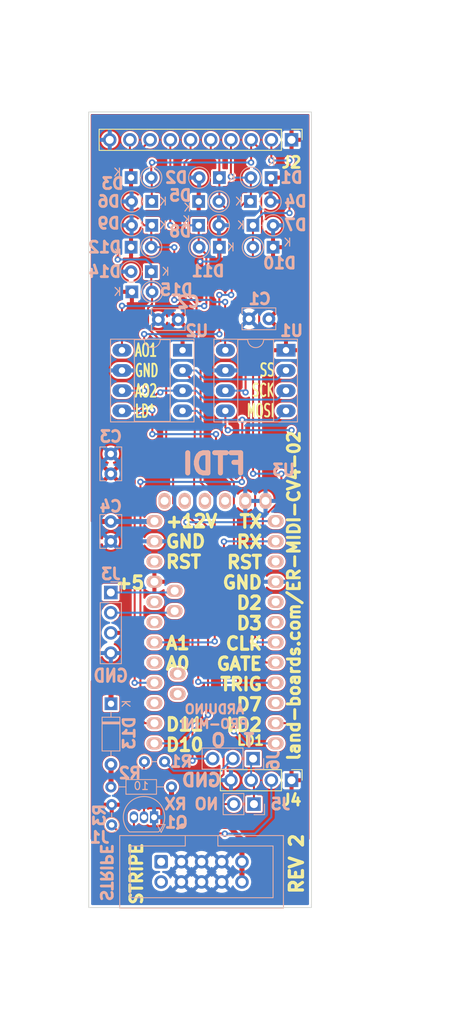
<source format=kicad_pcb>
(kicad_pcb (version 20211014) (generator pcbnew)
  (title_block (title "SYNTH MIDI CONTROLLER") (date "2022-11-26") (rev "2") (company "LAND BOARDS, LLC"))
  (layers (0 "F.Cu" signal) (31 "B.Cu" signal) (34 "B.Paste" user) (35 "F.Paste" user) (36 "B.SilkS" user "B.Silkscreen") (37 "F.SilkS" user "F.Silkscreen") (38 "B.Mask" user) (39 "F.Mask" user) (44 "Edge.Cuts" user))
  (net 0 "")
  (net 1 "+5V")
  (net 2 "+12V")
  (net 5 "Net-(J5-Pad2)")
  (net 6 "GND")
  (net 7 "+12P")
  (net 8 "Net-(D13-Pad2)")
  (net 9 "/SCK")
  (net 10 "/MOSI")
  (net 11 "/LDAC2*")
  (net 12 "/LDAC1*")
  (net 18 "/CV2_D")
  (net 19 "/CV1_D")
  (net 20 "/CV3_D")
  (net 21 "/CV4_D")
  (net 22 "/SDA")
  (net 23 "/SCL")
  (net 29 "/POT")
  (net 32 "/SS")
  (net 33 "Net-(J6-Pad2)")
  (net 35 "/RBO")
  (net 36 "/TXD")
  (net 37 "/MIDI_OUT")
  (net 38 "/MIDI_IN")
  (net 39 "/GATE_D")
  (net 40 "/CLK_D")
  (net 41 "/TRIG_D")
  (footprint "Connector_PinHeader_2.54mm:PinHeader_1x10_P2.54mm_Vertical" (layer "F.Cu") (at 126.5 35.5 -90)
    (fp_text reference "J2" (at 2.84 -0.000001) (layer "F.SilkS") (effects (font (size 1.397 1.397) (thickness 0.34925))))
    (fp_text value "HEADER, STRT, 1x10")
    (pad "1" thru_hole rect (at 0 0 270) (size 1.7 1.7) (drill 1) (layers *.Cu *.Mask) (net 1 "+5V"))
    (pad "2" thru_hole oval (at 0 2.54 270) (size 1.7 1.7) (drill 1) (layers *.Cu *.Mask) (net 39 "/GATE_D"))
    (pad "3" thru_hole oval (at 0 5.08 270) (size 1.7 1.7) (drill 1) (layers *.Cu *.Mask) (net 40 "/CLK_D"))
    (pad "4" thru_hole oval (at 0 7.62 270) (size 1.7 1.7) (drill 1) (layers *.Cu *.Mask) (net 21 "/CV4_D"))
    (pad "5" thru_hole oval (at 0 10.16 270) (size 1.7 1.7) (drill 1) (layers *.Cu *.Mask) (net 18 "/CV2_D"))
    (pad "6" thru_hole oval (at 0 12.7 270) (size 1.7 1.7) (drill 1) (layers *.Cu *.Mask) (net 29 "/POT"))
    (pad "7" thru_hole oval (at 0 15.24 270) (size 1.7 1.7) (drill 1) (layers *.Cu *.Mask) (net 19 "/CV1_D"))
    (pad "8" thru_hole oval (at 0 17.78 270) (size 1.7 1.7) (drill 1) (layers *.Cu *.Mask) (net 20 "/CV3_D"))
    (pad "9" thru_hole oval (at 0 20.32 270) (size 1.7 1.7) (drill 1) (layers *.Cu *.Mask) (net 41 "/TRIG_D"))
    (pad "10" thru_hole oval (at 0 22.86 270) (size 1.7 1.7) (drill 1) (layers *.Cu *.Mask) (net 6 "GND"))
  )
  (footprint "Connector_PinHeader_2.54mm:PinHeader_1x04_P2.54mm_Vertical" (layer "F.Cu") (at 126.5 116 -90)
    (fp_text reference "J4" (at 2.5 0) (layer "F.SilkS") (effects (font (size 1.397 1.397) (thickness 0.34925))))
    (fp_text value "HEADER, STRT, 1x4")
    (pad "1" thru_hole rect (at 0 0 270) (size 1.7 1.7) (drill 1) (layers *.Cu *.Mask) (net 1 "+5V"))
    (pad "2" thru_hole oval (at 0 2.54 270) (size 1.7 1.7) (drill 1) (layers *.Cu *.Mask) (net 37 "/MIDI_OUT"))
    (pad "3" thru_hole oval (at 0 5.08 270) (size 1.7 1.7) (drill 1) (layers *.Cu *.Mask) (net 38 "/MIDI_IN"))
    (pad "4" thru_hole oval (at 0 7.62 270) (size 1.7 1.7) (drill 1) (layers *.Cu *.Mask) (net 6 "GND"))
  )
  (footprint "Diode_THT:D_DO-35_SOD27_P2.54mm_Vertical_KathodeUp" (layer "B.Cu") (at 114.824315 46.25)
    (fp_text reference "D8" (at -2.324315 0.750008) (layer "B.SilkS") (effects (font (size 1.397 1.397) (thickness 0.34925)) (justify mirror)))
    (fp_text value "BAT41")
    (fp_text user "K" (at -1.540315 -0.657) (layer "B.SilkS") (effects (justify mirror)))
    (pad "1" thru_hole rect (at 0 0) (size 1.6 1.6) (drill 0.8) (layers *.Cu *.Mask) (net 19 "/CV1_D"))
    (pad "2" thru_hole oval (at 2.54 0) (size 1.6 1.6) (drill 0.8) (layers *.Cu *.Mask) (net 6 "GND"))
  )
  (footprint "Resistor_THT:R_Axial_DIN0204_L3.6mm_D1.6mm_P2.54mm_Vertical" (layer "B.Cu") (at 108 113.665)
    (fp_text reference "R1" (at 4.622 0) (layer "B.SilkS") (effects (font (size 1.397 1.397) (thickness 0.34925)) (justify mirror)))
    (fp_text value "2.2K")
    (pad "1" thru_hole circle (at 0 0) (size 1.4 1.4) (drill 0.7) (layers *.Cu *.Mask) (net 35 "/RBO"))
    (pad "2" thru_hole oval (at 2.54 0) (size 1.4 1.4) (drill 0.7) (layers *.Cu *.Mask) (net 33 "Net-(J6-Pad2)"))
  )
  (footprint "Connector_PinHeader_2.54mm:PinHeader_1x02_P2.54mm_Vertical" (layer "B.Cu") (at 121.775 119 90)
    (fp_text reference "J5" (at 0 3.325) (layer "B.SilkS") (effects (font (size 1.397 1.397) (thickness 0.34925)) (justify mirror)))
    (fp_text value "HEADER, STRT, 1x2")
    (pad "1" thru_hole rect (at 0 0 90) (size 1.7 1.7) (drill 1) (layers *.Cu *.Mask) (net 38 "/MIDI_IN"))
    (pad "2" thru_hole oval (at 0 -2.54 90) (size 1.7 1.7) (drill 1) (layers *.Cu *.Mask) (net 5 "Net-(J5-Pad2)"))
  )
  (footprint "Diode_THT:D_DO-35_SOD27_P2.54mm_Vertical_KathodeUp" (layer "B.Cu") (at 106.324315 40.25)
    (fp_text reference "D3" (at -2.324315 0.749994) (layer "B.SilkS") (effects (font (size 1.397 1.397) (thickness 0.34925)) (justify mirror)))
    (fp_text value "BAT41")
    (fp_text user "K" (at -1.724315 -0.65) (layer "B.SilkS") (effects (justify mirror)))
    (pad "1" thru_hole rect (at 0 0) (size 1.6 1.6) (drill 0.8) (layers *.Cu *.Mask) (net 1 "+5V"))
    (pad "2" thru_hole oval (at 2.54 0) (size 1.6 1.6) (drill 0.8) (layers *.Cu *.Mask) (net 40 "/CLK_D"))
  )
  (footprint "Capacitor_THT:C_Rect_L4.0mm_W2.5mm_P2.50mm" (layer "B.Cu") (at 123.65 58 180)
    (fp_text reference "C1" (at 1.15 2.5) (layer "B.SilkS") (effects (font (size 1.397 1.397) (thickness 0.34925)) (justify mirror)))
    (fp_text value "0.1uF")
    (pad "1" thru_hole circle (at 0 0 180) (size 1.6 1.6) (drill 0.8) (layers *.Cu *.Mask) (net 1 "+5V"))
    (pad "2" thru_hole circle (at 2.5 0 180) (size 1.6 1.6) (drill 0.8) (layers *.Cu *.Mask) (net 6 "GND"))
  )
  (footprint "Resistor_THT:R_Axial_DIN0204_L3.6mm_D1.6mm_P2.54mm_Vertical" (layer "B.Cu") (at 103.886 121.616 90)
    (fp_text reference "R3" (at 1.23 -1.524 90) (layer "B.SilkS") (effects (font (size 1.397 1.397) (thickness 0.34925)) (justify mirror)))
    (fp_text value "470")
    (pad "1" thru_hole circle (at 0 0 90) (size 1.4 1.4) (drill 0.7) (layers *.Cu *.Mask) (net 37 "/MIDI_OUT"))
    (pad "2" thru_hole oval (at 2.54 0 90) (size 1.4 1.4) (drill 0.7) (layers *.Cu *.Mask) (net 1 "+5V"))
  )
  (footprint "Diode_THT:D_DO-35_SOD27_P2.54mm_Vertical_KathodeUp" (layer "B.Cu") (at 106.324315 49)
    (fp_text reference "D12" (at -3.324315 0) (layer "B.SilkS") (effects (font (size 1.397 1.397) (thickness 0.34925)) (justify mirror)))
    (fp_text value "BAT41")
    (fp_text user "K" (at -1.676315 0.784) (layer "B.SilkS") (effects (justify mirror)))
    (pad "1" thru_hole rect (at 0 0) (size 1.6 1.6) (drill 0.8) (layers *.Cu *.Mask) (net 1 "+5V"))
    (pad "2" thru_hole oval (at 2.54 0) (size 1.6 1.6) (drill 0.8) (layers *.Cu *.Mask) (net 20 "/CV3_D"))
  )
  (footprint "Package_DIP:DIP-8_W7.62mm_Socket_LongPads" (layer "B.Cu") (at 125.8 61.95 180)
    (fp_text reference "U1" (at -0.7 2.45) (layer "B.SilkS") (effects (font (size 1.397 1.397) (thickness 0.34925)) (justify mirror)))
    (fp_text value "MCP4822-E/P")
    (pad "1" thru_hole rect (at 0 0 180) (size 2.4 1.6) (drill 0.8) (layers *.Cu *.Mask) (net 1 "+5V"))
    (pad "2" thru_hole oval (at 0 -2.54 180) (size 2.4 1.6) (drill 0.8) (layers *.Cu *.Mask) (net 32 "/SS"))
    (pad "3" thru_hole oval (at 0 -5.08 180) (size 2.4 1.6) (drill 0.8) (layers *.Cu *.Mask) (net 9 "/SCK"))
    (pad "4" thru_hole oval (at 0 -7.62 180) (size 2.4 1.6) (drill 0.8) (layers *.Cu *.Mask) (net 10 "/MOSI"))
    (pad "5" thru_hole oval (at 7.62 -7.62 180) (size 2.4 1.6) (drill 0.8) (layers *.Cu *.Mask) (net 11 "/LDAC2*"))
    (pad "6" thru_hole oval (at 7.62 -5.08 180) (size 2.4 1.6) (drill 0.8) (layers *.Cu *.Mask) (net 21 "/CV4_D"))
    (pad "7" thru_hole oval (at 7.62 -2.54 180) (size 2.4 1.6) (drill 0.8) (layers *.Cu *.Mask) (net 6 "GND"))
    (pad "8" thru_hole oval (at 7.62 0 180) (size 2.4 1.6) (drill 0.8) (layers *.Cu *.Mask) (net 20 "/CV3_D"))
  )
  (footprint "Capacitor_THT:C_Rect_L4.0mm_W2.5mm_P2.50mm" (layer "B.Cu") (at 103.775 83.481 -90)
    (fp_text reference "C4" (at -1.904988 -0.000002) (layer "B.SilkS") (effects (font (size 1.397 1.397) (thickness 0.34925)) (justify mirror)))
    (fp_text value "0.1uF")
    (pad "1" thru_hole circle (at 0 0 270) (size 1.6 1.6) (drill 0.8) (layers *.Cu *.Mask) (net 7 "+12P"))
    (pad "2" thru_hole circle (at 2.5 0 270) (size 1.6 1.6) (drill 0.8) (layers *.Cu *.Mask) (net 6 "GND"))
  )
  (footprint "Package_DIP:DIP-8_W7.62mm_Socket_LongPads" (layer "B.Cu") (at 112.8 61.95 180)
    (fp_text reference "U2" (at -1.799999 2.45) (layer "B.SilkS") (effects (font (size 1.397 1.397) (thickness 0.34925)) (justify mirror)))
    (fp_text value "MCP4822-E/P")
    (pad "1" thru_hole rect (at 0 0 180) (size 2.4 1.6) (drill 0.8) (layers *.Cu *.Mask) (net 1 "+5V"))
    (pad "2" thru_hole oval (at 0 -2.54 180) (size 2.4 1.6) (drill 0.8) (layers *.Cu *.Mask) (net 32 "/SS"))
    (pad "3" thru_hole oval (at 0 -5.08 180) (size 2.4 1.6) (drill 0.8) (layers *.Cu *.Mask) (net 9 "/SCK"))
    (pad "4" thru_hole oval (at 0 -7.62 180) (size 2.4 1.6) (drill 0.8) (layers *.Cu *.Mask) (net 10 "/MOSI"))
    (pad "5" thru_hole oval (at 7.62 -7.62 180) (size 2.4 1.6) (drill 0.8) (layers *.Cu *.Mask) (net 12 "/LDAC1*"))
    (pad "6" thru_hole oval (at 7.62 -5.08 180) (size 2.4 1.6) (drill 0.8) (layers *.Cu *.Mask) (net 18 "/CV2_D"))
    (pad "7" thru_hole oval (at 7.62 -2.54 180) (size 2.4 1.6) (drill 0.8) (layers *.Cu *.Mask) (net 6 "GND"))
    (pad "8" thru_hole oval (at 7.62 0 180) (size 2.4 1.6) (drill 0.8) (layers *.Cu *.Mask) (net 19 "/CV1_D"))
  )
  (footprint "Diode_THT:D_DO-35_SOD27_P2.54mm_Vertical_KathodeUp" (layer "B.Cu") (at 114.824315 43.25)
    (fp_text reference "D5" (at -2.324315 -0.75) (layer "B.SilkS") (effects (font (size 1.397 1.397) (thickness 0.34925)) (justify mirror)))
    (fp_text value "BAT41")
    (fp_text user "K" (at -1.413315 0.75) (layer "B.SilkS") (effects (justify mirror)))
    (pad "1" thru_hole rect (at 0 0) (size 1.6 1.6) (drill 0.8) (layers *.Cu *.Mask) (net 1 "+5V"))
    (pad "2" thru_hole oval (at 2.54 0) (size 1.6 1.6) (drill 0.8) (layers *.Cu *.Mask) (net 18 "/CV2_D"))
  )
  (footprint "Diode_THT:D_DO-35_SOD27_P2.54mm_Vertical_KathodeUp" (layer "B.Cu") (at 106.426 54.61)
    (fp_text reference "D15" (at 5.588 -0.254) (layer "B.SilkS") (effects (font (size 1.397 1.397) (thickness 0.34925)) (justify mirror)))
    (fp_text value "BAT41")
    (fp_text user "K" (at -1.8 0) (layer "B.SilkS") (effects (justify mirror)))
    (pad "1" thru_hole rect (at 0 0) (size 1.6 1.6) (drill 0.8) (layers *.Cu *.Mask) (net 1 "+5V"))
    (pad "2" thru_hole oval (at 2.54 0) (size 1.6 1.6) (drill 0.8) (layers *.Cu *.Mask) (net 41 "/TRIG_D"))
  )
  (footprint "Diode_THT:D_DO-35_SOD27_P2.54mm_Vertical_KathodeUp" (layer "B.Cu") (at 108.867686 52.07 180)
    (fp_text reference "D14" (at 5.867686 0) (layer "B.SilkS") (effects (font (size 1.397 1.397) (thickness 0.34925)) (justify mirror)))
    (fp_text value "BAT41")
    (fp_text user "K" (at -1.8 0) (layer "B.SilkS") (effects (justify mirror)))
    (pad "1" thru_hole rect (at 0 0 180) (size 1.6 1.6) (drill 0.8) (layers *.Cu *.Mask) (net 41 "/TRIG_D"))
    (pad "2" thru_hole oval (at 2.54 0 180) (size 1.6 1.6) (drill 0.8) (layers *.Cu *.Mask) (net 6 "GND"))
  )
  (footprint "Connector_PinHeader_2.54mm:PinHeader_1x03_P2.54mm_Vertical" (layer "B.Cu") (at 121.666 113.284 90)
    (fp_text reference "J6" (at -0.254 2.54 90) (layer "B.SilkS") (effects (font (size 1.397 1.397) (thickness 0.34925)) (justify mirror)))
    (fp_text value "Conn_01x03")
    (pad "1" thru_hole rect (at 0 0 90) (size 1.7 1.7) (drill 1) (layers *.Cu *.Mask) (net 38 "/MIDI_IN"))
    (pad "2" thru_hole oval (at 0 -2.54 90) (size 1.7 1.7) (drill 1) (layers *.Cu *.Mask) (net 33 "Net-(J6-Pad2)"))
    (pad "3" thru_hole oval (at 0 -5.08 90) (size 1.7 1.7) (drill 1) (layers *.Cu *.Mask) (net 36 "/TXD"))
  )
  (footprint "Diode_THT:D_DO-35_SOD27_P2.54mm_Vertical_KathodeUp" (layer "B.Cu") (at 121.648629 46.25)
    (fp_text reference "D7" (at 5.351371 -0.049991) (layer "B.SilkS") (effects (font (size 1.397 1.397) (thickness 0.34925)) (justify mirror)))
    (fp_text value "BAT41")
    (fp_text user "K" (at -1.506629 -0.022) (layer "B.SilkS") (effects (justify mirror)))
    (pad "1" thru_hole rect (at 0 0) (size 1.6 1.6) (drill 0.8) (layers *.Cu *.Mask) (net 39 "/GATE_D"))
    (pad "2" thru_hole oval (at 2.54 0) (size 1.6 1.6) (drill 0.8) (layers *.Cu *.Mask) (net 6 "GND"))
  )
  (footprint "Diode_THT:D_DO-35_SOD27_P2.54mm_Vertical_KathodeUp" (layer "B.Cu") (at 123.925686 40.25 180)
    (fp_text reference "D1" (at -2.574314 -0.000008) (layer "B.SilkS") (effects (font (size 1.397 1.397) (thickness 0.34925)) (justify mirror)))
    (fp_text value "BAT41")
    (fp_text user "K" (at -0.074314 2) (layer "B.SilkS") (effects (justify mirror)))
    (pad "1" thru_hole rect (at 0 0 180) (size 1.6 1.6) (drill 0.8) (layers *.Cu *.Mask) (net 1 "+5V"))
    (pad "2" thru_hole oval (at 2.54 0 180) (size 1.6 1.6) (drill 0.8) (layers *.Cu *.Mask) (net 21 "/CV4_D"))
  )
  (footprint "Connector_IDC:IDC-Header_2x05_P2.54mm_Vertical" (layer "B.Cu") (at 110.109 126.2475 -90)
    (fp_text reference "J1" (at -3.0575 7.747 180) (layer "B.SilkS") (effects (font (size 1.397 1.397) (thickness 0.34925)) (justify mirror)))
    (fp_text value "CONN, IDC, 2X5")
    (pad "1" thru_hole roundrect (at 0 0 270) (size 1.7 1.7) (drill 1) (layers *.Cu *.Mask) (roundrect_rratio 0.1470588235))
    (pad "2" thru_hole circle (at 2.54 0 270) (size 1.7 1.7) (drill 1) (layers *.Cu *.Mask))
    (pad "3" thru_hole circle (at 0 -2.54 270) (size 1.7 1.7) (drill 1) (layers *.Cu *.Mask) (net 6 "GND"))
    (pad "4" thru_hole circle (at 2.54 -2.54 270) (size 1.7 1.7) (drill 1) (layers *.Cu *.Mask) (net 6 "GND"))
    (pad "5" thru_hole circle (at 0 -5.08 270) (size 1.7 1.7) (drill 1) (layers *.Cu *.Mask) (net 6 "GND"))
    (pad "6" thru_hole circle (at 2.54 -5.08 270) (size 1.7 1.7) (drill 1) (layers *.Cu *.Mask) (net 6 "GND"))
    (pad "7" thru_hole circle (at 0 -7.62 270) (size 1.7 1.7) (drill 1) (layers *.Cu *.Mask) (net 6 "GND"))
    (pad "8" thru_hole circle (at 2.54 -7.62 270) (size 1.7 1.7) (drill 1) (layers *.Cu *.Mask) (net 6 "GND"))
    (pad "9" thru_hole circle (at 0 -10.16 270) (size 1.7 1.7) (drill 1) (layers *.Cu *.Mask) (net 2 "+12V"))
    (pad "10" thru_hole circle (at 2.54 -10.16 270) (size 1.7 1.7) (drill 1) (layers *.Cu *.Mask) (net 2 "+12V"))
  )
  (footprint "Diode_THT:D_DO-35_SOD27_P2.54mm_Vertical_KathodeUp" (layer "B.Cu") (at 117.425686 49 180)
    (fp_text reference "D11" (at 1.425686 -3) (layer "B.SilkS") (effects (font (size 1.397 1.397) (thickness 0.34925)) (justify mirror)))
    (fp_text value "BAT41")
    (fp_text user "K" (at -1.446314 0) (layer "B.SilkS") (effects (justify mirror)))
    (pad "1" thru_hole rect (at 0 0 180) (size 1.6 1.6) (drill 0.8) (layers *.Cu *.Mask) (net 1 "+5V"))
    (pad "2" thru_hole oval (at 2.54 0 180) (size 1.6 1.6) (drill 0.8) (layers *.Cu *.Mask) (net 19 "/CV1_D"))
  )
  (footprint "Diode_THT:D_DO-35_SOD27_P2.54mm_Vertical_KathodeUp" (layer "B.Cu") (at 117.425686 40.25 180)
    (fp_text reference "D2" (at 5.425686 -0.000008) (layer "B.SilkS") (effects (font (size 1.397 1.397) (thickness 0.34925)) (justify mirror)))
    (fp_text value "BAT41")
    (fp_text user "K" (at -1.574314 0) (layer "B.SilkS") (effects (justify mirror)))
    (pad "1" thru_hole rect (at 0 0 180) (size 1.6 1.6) (drill 0.8) (layers *.Cu *.Mask) (net 18 "/CV2_D"))
    (pad "2" thru_hole oval (at 2.54 0 180) (size 1.6 1.6) (drill 0.8) (layers *.Cu *.Mask) (net 6 "GND"))
  )
  (footprint "LandBoards_BoardOutlines:ArduProMini" (layer "B.Cu") (at 127.040005 77.080008 180)
    (fp_text reference "U3" (at 1.540005 0.080008) (layer "B.SilkS") (effects (font (size 1.397 1.397) (thickness 0.34925)) (justify mirror)))
    (fp_text value "ARDUINO PRO MINI 5V" hide)
    (pad "1" thru_hole oval locked (at 3.81 -3.81 180) (size 1.524 2) (drill 1) (layers *.Cu *.Mask "B.SilkS") (net 6 "GND"))
    (pad "2" thru_hole oval locked (at 6.35 -3.81 180) (size 1.524 2) (drill 1) (layers *.Cu *.Mask "B.SilkS") (net 6 "GND"))
    (pad "3" thru_hole oval locked (at 8.89 -3.81 180) (size 1.524 2) (drill 1) (layers *.Cu *.Mask "B.SilkS"))
    (pad "4" thru_hole oval locked (at 11.43 -3.81 180) (size 1.524 2) (drill 1) (layers *.Cu *.Mask "B.SilkS"))
    (pad "5" thru_hole oval locked (at 13.97 -3.81 180) (size 1.524 2) (drill 1) (layers *.Cu *.Mask "B.SilkS"))
    (pad "6" thru_hole oval locked (at 16.51 -3.81 180) (size 1.524 2) (drill 1) (layers *.Cu *.Mask "B.SilkS"))
    (pad "7" thru_hole oval locked (at 2.54 -6.35 180) (size 2 1.524) (drill 1) (layers *.Cu *.Mask "B.SilkS") (net 36 "/TXD"))
    (pad "8" thru_hole oval locked (at 2.54 -8.89 180) (size 2 1.524) (drill 1) (layers *.Cu *.Mask "B.SilkS") (net 5 "Net-(J5-Pad2)"))
    (pad "9" thru_hole oval locked (at 2.54 -11.43 180) (size 2 1.524) (drill 1) (layers *.Cu *.Mask "B.SilkS"))
    (pad "10" thru_hole oval locked (at 2.54 -13.97 180) (size 2 1.524) (drill 1) (layers *.Cu *.Mask "B.SilkS") (net 6 "GND"))
    (pad "11" thru_hole oval locked (at 2.54 -16.51 180) (size 2 1.524) (drill 1) (layers *.Cu *.Mask "B.SilkS"))
    (pad "12" thru_hole oval locked (at 2.54 -19.05 180) (size 2 1.524) (drill 1) (layers *.Cu *.Mask "B.SilkS"))
    (pad "13" thru_hole oval locked (at 2.54 -21.59 180) (size 2 1.524) (drill 1) (layers *.Cu *.Mask "B.SilkS") (net 40 "/CLK_D"))
    (pad "14" thru_hole oval locked (at 2.54 -24.13 180) (size 2 1.524) (drill 1) (layers *.Cu *.Mask "B.SilkS") (net 39 "/GATE_D"))
    (pad "15" thru_hole oval locked (at 2.54 -26.67 180) (size 2 1.524) (drill 1) (layers *.Cu *.Mask "B.SilkS") (net 41 "/TRIG_D"))
    (pad "16" thru_hole oval locked (at 2.54 -29.21 180) (size 2 1.524) (drill 1) (layers *.Cu *.Mask "B.SilkS"))
    (pad "17" thru_hole oval locked (at 2.54 -31.75 180) (size 2 1.524) (drill 1) (layers *.Cu *.Mask "B.SilkS") (net 11 "/LDAC2*"))
    (pad "18" thru_hole oval locked (at 2.54 -34.29 180) (size 2 1.524) (drill 1) (layers *.Cu *.Mask "B.SilkS") (net 12 "/LDAC1*"))
    (pad "19" thru_hole oval locked (at 17.78 -6.35 180) (size 2 1.524) (drill 1) (layers *.Cu *.Mask "B.SilkS") (net 7 "+12P"))
    (pad "20" thru_hole oval locked (at 17.78 -8.89 180) (size 2 1.524) (drill 1) (layers *.Cu *.Mask "B.SilkS") (net 6 "GND"))
    (pad "21" thru_hole oval locked (at 17.78 -11.43 180) (size 2 1.524) (drill 1) (layers *.Cu *.Mask "B.SilkS"))
    (pad "22" thru_hole oval locked (at 17.78 -13.97 180) (size 2 1.524) (drill 1) (layers *.Cu *.Mask "B.SilkS") (net 1 "+5V"))
    (pad "23" thru_hole oval locked (at 17.78 -16.51 180) (size 2 1.524) (drill 1) (layers *.Cu *.Mask "B.SilkS"))
    (pad "24" thru_hole oval locked (at 17.78 -19.05 180) (size 2 1.524) (drill 1) (layers *.Cu *.Mask "B.SilkS"))
    (pad "25" thru_hole oval locked (at 17.78 -21.59 180) (size 2 1.524) (drill 1) (layers *.Cu *.Mask "B.SilkS") (net 29 "/POT"))
    (pad "26" thru_hole oval locked (at 17.78 -24.13 180) (size 2 1.524) (drill 1) (layers *.Cu *.Mask "B.SilkS"))
    (pad "27" thru_hole oval locked (at 17.78 -26.67 180) (size 2 1.524) (drill 1) (layers *.Cu *.Mask "B.SilkS") (net 9 "/SCK"))
    (pad "28" thru_hole oval locked (at 17.78 -29.21 180) (size 2 1.524) (drill 1) (layers *.Cu *.Mask "B.SilkS"))
    (pad "29" thru_hole oval locked (at 17.78 -31.75 180) (size 2 1.524) (drill 1) (layers *.Cu *.Mask "B.SilkS") (net 10 "/MOSI"))
    (pad "30" thru_hole oval locked (at 17.78 -34.29 180) (size 2 1.524) (drill 1) (layers *.Cu *.Mask "B.SilkS") (net 32 "/SS"))
    (pad "31" thru_hole oval locked (at 15.24 -15.113 180) (size 2 1.524) (drill 1) (layers *.Cu *.Mask "B.SilkS") (net 23 "/SCL"))
    (pad "32" thru_hole oval locked (at 15.24 -17.653 180) (size 2 1.524) (drill 1) (layers *.Cu *.Mask "B.SilkS") (net 22 "/SDA"))
    (pad "34" thru_hole oval locked (at 14.859 -25.527 180) (size 2 1.524) (drill 1) (layers *.Cu *.Mask "B.SilkS"))
    (pad "35" thru_hole oval locked (at 14.859 -28.067 180) (size 2 1.524) (drill 1) (layers *.Cu *.Mask "B.SilkS"))
  )
  (footprint "Capacitor_THT:C_Rect_L4.0mm_W2.5mm_P2.50mm" (layer "B.Cu") (at 103.775 77.481 90)
    (fp_text reference "C3" (at 4.679012 0.000002 180) (layer "B.SilkS") (effects (font (size 1.397 1.397) (thickness 0.34925)) (justify mirror)))
    (fp_text value "0.1uF")
    (pad "1" thru_hole circle (at 0 0 90) (size 1.6 1.6) (drill 0.8) (layers *.Cu *.Mask) (net 1 "+5V"))
    (pad "2" thru_hole circle (at 2.5 0 90) (size 1.6 1.6) (drill 0.8) (layers *.Cu *.Mask) (net 6 "GND"))
  )
  (footprint "Diode_THT:D_DO-35_SOD27_P2.54mm_Vertical_KathodeUp" (layer "B.Cu") (at 108.925686 43.25 180)
    (fp_text reference "D6" (at 5.425686 -0.000002) (layer "B.SilkS") (effects (font (size 1.397 1.397) (thickness 0.34925)) (justify mirror)))
    (fp_text value "BAT41")
    (fp_text user "K" (at -1.437314 0) (layer "B.SilkS") (effects (justify mirror)))
    (pad "1" thru_hole rect (at 0 0 180) (size 1.6 1.6) (drill 0.8) (layers *.Cu *.Mask) (net 40 "/CLK_D"))
    (pad "2" thru_hole oval (at 2.54 0 180) (size 1.6 1.6) (drill 0.8) (layers *.Cu *.Mask) (net 6 "GND"))
  )
  (footprint "Capacitor_THT:C_Rect_L4.0mm_W2.5mm_P2.50mm" (layer "B.Cu") (at 112.25 58.1 180)
    (fp_text reference "C2" (at -1.288 2.22 180) (layer "B.SilkS") (effects (font (size 1.397 1.397) (thickness 0.34925)) (justify mirror)))
    (fp_text value "0.1uF")
    (pad "1" thru_hole circle (at 0 0 180) (size 1.6 1.6) (drill 0.8) (layers *.Cu *.Mask) (net 1 "+5V"))
    (pad "2" thru_hole circle (at 2.5 0 180) (size 1.6 1.6) (drill 0.8) (layers *.Cu *.Mask) (net 6 "GND"))
  )
  (footprint "Connector_PinHeader_2.54mm:PinHeader_1x04_P2.54mm_Vertical" (layer "B.Cu") (at 103.775 92.401 180)
    (fp_text reference "J3" (at -0.000002 2.330009) (layer "B.SilkS") (effects (font (size 1.397 1.397) (thickness 0.34925)) (justify mirror)))
    (fp_text value "Conn_01x04")
    (pad "1" thru_hole rect (at 0 0 180) (size 1.7 1.7) (drill 1) (layers *.Cu *.Mask) (net 23 "/SCL"))
    (pad "2" thru_hole oval (at 0 -2.54 180) (size 1.7 1.7) (drill 1) (layers *.Cu *.Mask) (net 22 "/SDA"))
    (pad "3" thru_hole oval (at 0 -5.08 180) (size 1.7 1.7) (drill 1) (layers *.Cu *.Mask) (net 1 "+5V"))
    (pad "4" thru_hole oval (at 0 -7.62 180) (size 1.7 1.7) (drill 1) (layers *.Cu *.Mask) (net 6 "GND"))
  )
  (footprint "Package_TO_SOT_THT:TO-92_Inline" (layer "B.Cu") (at 109.22 120.65 180)
    (fp_text reference "Q1" (at -2.794 -0.656) (layer "B.SilkS") (effects (font (size 1.397 1.397) (thickness 0.34925)) (justify mirror)))
    (fp_text value "2N3904")
    (pad "1" thru_hole rect (at 0 0 180) (size 1.05 1.5) (drill 0.75) (layers *.Cu *.Mask) (net 6 "GND"))
    (pad "2" thru_hole oval (at 1.27 0 180) (size 1.05 1.5) (drill 0.75) (layers *.Cu *.Mask) (net 35 "/RBO"))
    (pad "3" thru_hole oval (at 2.54 0 180) (size 1.05 1.5) (drill 0.75) (layers *.Cu *.Mask) (net 37 "/MIDI_OUT"))
  )
  (footprint "Resistor_THT:R_Axial_DIN0204_L3.6mm_D1.6mm_P7.62mm_Horizontal" (layer "B.Cu") (at 111.41 116.84 180)
    (fp_text reference "R2" (at 5.238 1.738) (layer "B.SilkS") (effects (font (size 1.397 1.397) (thickness 0.34925)) (justify mirror)))
    (fp_text value "10" (at 3.81 0.127) (layer "B.SilkS") (effects (justify mirror)))
    (pad "1" thru_hole circle (at 0 0 180) (size 1.4 1.4) (drill 0.7) (layers *.Cu *.Mask) (net 2 "+12V"))
    (pad "2" thru_hole oval (at 7.62 0 180) (size 1.4 1.4) (drill 0.7) (layers *.Cu *.Mask) (net 8 "Net-(D13-Pad2)"))
  )
  (footprint "Diode_THT:D_DO-35_SOD27_P2.54mm_Vertical_KathodeUp" (layer "B.Cu") (at 108.925686 46.25 180)
    (fp_text reference "D9" (at 5.425686 0.25) (layer "B.SilkS") (effects (font (size 1.397 1.397) (thickness 0.34925)) (justify mirror)))
    (fp_text value "BAT41")
    (fp_text user "K" (at -1.437314 0.022) (layer "B.SilkS") (effects (justify mirror)))
    (pad "1" thru_hole rect (at 0 0 180) (size 1.6 1.6) (drill 0.8) (layers *.Cu *.Mask) (net 20 "/CV3_D"))
    (pad "2" thru_hole oval (at 2.54 0 180) (size 1.6 1.6) (drill 0.8) (layers *.Cu *.Mask) (net 6 "GND"))
  )
  (footprint "Diode_THT:D_DO-35_SOD27_P7.62mm_Horizontal" (layer "B.Cu") (at 103.8 106.39 -90)
    (fp_text reference "D13" (at 3.683 -2.286 90) (layer "B.SilkS") (effects (font (size 1.397 1.397) (thickness 0.34925)) (justify mirror)))
    (fp_text value "BAT41")
    (fp_text user "K" (at 0 -1.942 90) (layer "B.SilkS") (effects (justify mirror)))
    (pad "1" thru_hole rect (at 0 0 270) (size 1.6 1.6) (drill 0.8) (layers *.Cu *.Mask) (net 7 "+12P"))
    (pad "2" thru_hole oval (at 7.62 0 270) (size 1.6 1.6) (drill 0.8) (layers *.Cu *.Mask) (net 8 "Net-(D13-Pad2)"))
  )
  (footprint "Diode_THT:D_DO-35_SOD27_P2.54mm_Vertical_KathodeUp" (layer "B.Cu") (at 121.324315 43.25)
    (fp_text reference "D4" (at 5.675685 0.000002) (layer "B.SilkS") (effects (font (size 1.397 1.397) (thickness 0.34925)) (justify mirror)))
    (fp_text value "BAT41")
    (fp_text user "K" (at -1.436315 0) (layer "B.SilkS") (effects (justify mirror)))
    (pad "1" thru_hole rect (at 0 0) (size 1.6 1.6) (drill 0.8) (layers *.Cu *.Mask) (net 21 "/CV4_D"))
    (pad "2" thru_hole oval (at 2.54 0) (size 1.6 1.6) (drill 0.8) (layers *.Cu *.Mask) (net 6 "GND"))
  )
  (footprint "Diode_THT:D_DO-35_SOD27_P2.54mm_Vertical_KathodeUp" (layer "B.Cu") (at 124.175686 49 180)
    (fp_text reference "D10" (at -0.824314 -2) (layer "B.SilkS") (effects (font (size 1.397 1.397) (thickness 0.34925)) (justify mirror)))
    (fp_text value "BAT41")
    (fp_text user "K" (at -1.824314 0.6) (layer "B.SilkS") (effects (justify mirror)))
    (pad "1" thru_hole rect (at 0 0 180) (size 1.6 1.6) (drill 0.8) (layers *.Cu *.Mask) (net 1 "+5V"))
    (pad "2" thru_hole oval (at 2.54 0 180) (size 1.6 1.6) (drill 0.8) (layers *.Cu *.Mask) (net 39 "/GATE_D"))
  )
  (gr_rect (start 101 32) (end 129 132) (layer "Edge.Cuts") (width 0.1) (fill none))
  (gr_text "ARDUINO\nPRO-MINI" (at 116.8 108) (layer "B.SilkS") (effects (font (size 1.143 1.143) (thickness 0.28575)) (justify mirror)))
  (gr_text "T  O" (at 116.205 111) (layer "B.SilkS") (effects (font (size 1.5875 1.5875) (thickness 0.396875)) (justify right mirror)))
  (gr_text "GND" (at 112.5 116) (layer "B.SilkS") (effects (font (size 1.5875 1.5875) (thickness 0.396875)) (justify right mirror)))
  (gr_text "FTDI" (at 116.775 76.231) (layer "B.SilkS") (effects (font (size 2.54 2.54) (thickness 0.635)) (justify mirror)))
  (gr_text "GND" (at 103.775 102.87) (layer "B.SilkS") (effects (font (size 1.5748 1.397) (thickness 0.34925)) (justify mirror)))
  (gr_text "NO RX" (at 117.5 119) (layer "B.SilkS") (effects (font (size 1.397 1.397) (thickness 0.34925)) (justify left mirror)))
  (gr_text "STRIPE" (at 103.199997 127.599999 270) (layer "B.SilkS") (effects (font (size 1.397 1.397) (thickness 0.34925)) (justify mirror)))
  (gr_text "STRIPE" (at 106.999 127.75 90) (layer "F.SilkS") (effects (font (size 1.5 1.5) (thickness 0.375))))
  (gr_text "REV 2" (at 127.127 126.492 90) (layer "F.SilkS") (effects (font (size 1.651 1.651) (thickness 0.41275))))
  (gr_text "TX\nRX\nRST\nGND\nD2\nD3\nCLK\nGATE\nTRIG\nD7\nLD2\n" (at 123.000008 96.266) (layer "F.SilkS") (effects (font (size 1.5875 1.5875) (thickness 0.396875)) (justify right)))
  (gr_text "land-boards.com/ER-MIDI-CV4-02" (at 126.8 92.8 90) (layer "F.SilkS") (effects (font (size 1.5 1.5) (thickness 0.375))))
  (gr_text "+5" (at 108.204 91.186) (layer "F.SilkS") (effects (font (size 1.5875 1.5875) (thickness 0.396875)) (justify right)))
  (gr_text "AO1\nGND\nAO2\nLD*" (at 106.68 65.786) (layer "F.SilkS") (effects (font (size 1.5875 0.9525) (thickness 0.238125)) (justify left)))
  (gr_text "+12V\nGND\nRST\n\n\n\nA1\nA0\n\n\nD11\nD10" (at 110.500008 97.500008) (layer "F.SilkS") (effects (font (size 1.5875 1.5875) (thickness 0.396875)) (justify left)))
  (gr_text "LD1" (at 123.19 110.998) (layer "F.SilkS") (effects (font (size 1.2 1.2) (thickness 0.3)) (justify right)))
  (gr_text "SS\nSCK\nMOSI" (at 124.500005 66.999993) (layer "F.SilkS") (effects (font (size 1.5875 0.9525) (thickness 0.238125)) (justify right)))
  (via (at 115 50.8) (size 0.8) (drill 0.4) (layers "F.Cu" "B.Cu") (net 1))
  (segment (start 117.425686 49) (end 117.425686 50.425686) (width 0.25) (layer "B.Cu") (net 1))
  (segment (start 117.425686 50.425686) (end 117.051372 50.8) (width 0.25) (layer "B.Cu") (net 1))
  (segment (start 117.051372 50.8) (end 115 50.8) (width 0.25) (layer "B.Cu") (net 1))
  (segment (start 114.2 121.8) (end 111.41 119.01) (width 0.635) (layer "F.Cu") (net 2))
  (segment (start 111.41 116.8) (end 111.41 119.01) (width 0.635) (layer "F.Cu") (net 2))
  (segment (start 120.269 128.7875) (end 120.269 126.2475) (width 0.635) (layer "F.Cu") (net 2))
  (segment (start 118.6 121.8) (end 114.2 121.8) (width 0.635) (layer "F.Cu") (net 2))
  (segment (start 120.269 126.2475) (end 120.269 123.469) (width 0.635) (layer "F.Cu") (net 2))
  (segment (start 120.269 123.469) (end 118.6 121.8) (width 0.635) (layer "F.Cu") (net 2))
  (segment (start 117 116.21899) (end 117 118.5) (width 0.25) (layer "F.Cu") (net 5))
  (segment (start 117.951489 115.267501) (end 117 116.21899) (width 0.25) (layer "F.Cu") (net 5))
  (segment (start 117.951489 110.548511) (end 117.951489 115.267501) (width 0.25) (layer "F.Cu") (net 5))
  (segment (start 118 110.5) (end 117.951489 110.548511) (width 0.25) (layer "F.Cu") (net 5))
  (segment (start 117.5 119) (end 117 118.5) (width 0.25) (layer "F.Cu") (net 5))
  (segment (start 119.235 119) (end 117.5 119) (width 0.25) (layer "F.Cu") (net 5))
  (segment (start 118 110.5) (end 118 86) (width 0.25) (layer "F.Cu") (net 5))
  (via (at 118 86) (size 0.8) (drill 0.4) (layers "F.Cu" "B.Cu") (net 5))
  (segment (start 118 86) (end 118.03 85.97) (width 0.25) (layer "B.Cu") (net 5))
  (segment (start 118.03 85.97) (end 124.5 85.97) (width 0.25) (layer "B.Cu") (net 5))
  (segment (start 102.319 83.481) (end 103.775 83.481) (width 0.635) (layer "F.Cu") (net 7))
  (segment (start 101.953 83.847) (end 102.319 83.481) (width 0.635) (layer "F.Cu") (net 7))
  (segment (start 103.8 105) (end 101.953 103.153) (width 0.635) (layer "F.Cu") (net 7))
  (segment (start 103.8 106.39) (end 103.8 105) (width 0.635) (layer "F.Cu") (net 7))
  (segment (start 102.519 83.481) (end 101.75 84.25) (width 0.25) (layer "F.Cu") (net 7))
  (segment (start 103.775 83.481) (end 102.519 83.481) (width 0.25) (layer "F.Cu") (net 7))
  (segment (start 101.953 103.153) (end 101.953 83.847) (width 0.635) (layer "F.Cu") (net 7))
  (segment (start 103.775002 83.481012) (end 109.209002 83.481012) (width 0.635) (layer "B.Cu") (net 7))
  (segment (start 103.8 114.01) (end 103.8 116.79) (width 0.635) (layer "F.Cu") (net 8))
  (segment (start 106.7755 103.75) (end 106.7755 70.2245) (width 0.25) (layer "F.Cu") (net 9))
  (segment (start 106.7755 70.2245) (end 109.75 67.25) (width 0.25) (layer "F.Cu") (net 9))
  (segment (start 109.75 67.25) (end 110 67.25) (width 0.25) (layer "F.Cu") (net 9))
  (via (at 110 67.25) (size 0.8) (drill 0.4) (layers "F.Cu" "B.Cu") (net 9))
  (via (at 106.7755 103.75) (size 0.8) (drill 0.4) (layers "F.Cu" "B.Cu") (net 9))
  (segment (start 112.8 67.03) (end 114.47096 67.03) (width 0.25) (layer "B.Cu") (net 9))
  (segment (start 110 67.25) (end 110.22 67.03) (width 0.25) (layer "B.Cu") (net 9))
  (segment (start 109.26 103.75) (end 106.7755 103.75) (width 0.25) (layer "B.Cu") (net 9))
  (segment (start 114.47096 67.03) (end 115.59548 68.15452) (width 0.25) (layer "B.Cu") (net 9))
  (segment (start 124.67548 68.15452) (end 125.8 67.03) (width 0.25) (layer "B.Cu") (net 9))
  (segment (start 110.22 67.03) (end 112.8 67.03) (width 0.25) (layer "B.Cu") (net 9))
  (segment (start 115.59548 68.15452) (end 124.67548 68.15452) (width 0.25) (layer "B.Cu") (net 9))
  (segment (start 120.30548 70.69452) (end 120.30548 78.19452) (width 0.25) (layer "F.Cu") (net 10))
  (segment (start 120.30548 78.19452) (end 120.30548 78.44452) (width 0.25) (layer "F.Cu") (net 10))
  (segment (start 107.5 108.25) (end 108.08 108.83) (width 0.25) (layer "F.Cu") (net 10))
  (segment (start 108.08 108.83) (end 109.26 108.83) (width 0.25) (layer "F.Cu") (net 10))
  (segment (start 107.5 78.5) (end 107.5 108.25) (width 0.25) (layer "F.Cu") (net 10))
  (segment (start 120.30548 78.44452) (end 120.25 78.5) (width 0.25) (layer "F.Cu") (net 10))
  (via (at 120.25 78.5) (size 0.8) (drill 0.4) (layers "F.Cu" "B.Cu") (net 10))
  (via (at 120.30548 70.69452) (size 0.8) (drill 0.4) (layers "F.Cu" "B.Cu") (net 10))
  (via (at 107.5 78.5) (size 0.8) (drill 0.4) (layers "F.Cu" "B.Cu") (net 10))
  (segment (start 115.69452 70.69452) (end 120.30548 70.69452) (width 0.25) (layer "B.Cu") (net 10))
  (segment (start 112.8 69.57) (end 114.57 69.57) (width 0.25) (layer "B.Cu") (net 10))
  (segment (start 114.57 69.57) (end 115.69452 70.69452) (width 0.25) (layer "B.Cu") (net 10))
  (segment (start 120.30548 70.69452) (end 124.67548 70.69452) (width 0.25) (layer "B.Cu") (net 10))
  (segment (start 120.25 78.5) (end 107.5 78.5) (width 0.25) (layer "B.Cu") (net 10))
  (segment (start 124.67548 70.69452) (end 125.8 69.57) (width 0.25) (layer "B.Cu") (net 10))
  (segment (start 118.18 71.68) (end 118.5 72) (width 0.25) (layer "F.Cu") (net 11))
  (segment (start 126.5 108.5) (end 126.5 72) (width 0.25) (layer "F.Cu") (net 11))
  (segment (start 118.18 69.57) (end 118.18 71.68) (width 0.25) (layer "F.Cu") (net 11))
  (segment (start 124.500005 108.830008) (end 126.169992 108.830008) (width 0.25) (layer "F.Cu") (net 11))
  (segment (start 126.169992 108.830008) (end 126.5 108.5) (width 0.25) (layer "F.Cu") (net 11))
  (via (at 118.5 72) (size 0.8) (drill 0.4) (layers "F.Cu" "B.Cu") (net 11))
  (via (at 126.5 72) (size 0.8) (drill 0.4) (layers "F.Cu" "B.Cu") (net 11))
  (segment (start 126.5 72) (end 118.5 72) (width 0.25) (layer "B.Cu") (net 11))
  (segment (start 117 76.25) (end 119.25 78.5) (width 0.25) (layer "F.Cu") (net 12))
  (segment (start 117 72.5) (end 117 76.25) (width 0.25) (layer "F.Cu") (net 12))
  (segment (start 109 69.5) (end 109 72.5) (width 0.25) (layer "F.Cu") (net 12))
  (segment (start 119.25 78.5) (end 119.25 109.858) (width 0.25) (layer "F.Cu") (net 12))
  (via (at 109 69.5) (size 0.8) (drill 0.4) (layers "F.Cu" "B.Cu") (net 12))
  (via (at 117 72.5) (size 0.8) (drill 0.4) (layers "F.Cu" "B.Cu") (net 12))
  (via (at 119.25 109.858) (size 0.8) (drill 0.4) (layers "F.Cu" "B.Cu") (net 12))
  (via (at 109 72.5) (size 0.8) (drill 0.4) (layers "F.Cu" "B.Cu") (net 12))
  (segment (start 124.500005 111.370008) (end 120.762008 111.370008) (width 0.25) (layer "B.Cu") (net 12))
  (segment (start 109 72.5) (end 117 72.5) (width 0.25) (layer "B.Cu") (net 12))
  (segment (start 108.93 69.57) (end 109 69.5) (width 0.25) (layer "B.Cu") (net 12))
  (segment (start 120.762008 111.370008) (end 119.25 109.858) (width 0.25) (layer "B.Cu") (net 12))
  (segment (start 105.18 69.57) (end 108.93 69.57) (width 0.25) (layer "B.Cu") (net 12))
  (segment (start 117.42598 59.944) (end 117.42598 55) (width 0.25) (layer "F.Cu") (net 18))
  (segment (start 117.425686 40.25) (end 117.425686 43.188629) (width 0.25) (layer "F.Cu") (net 18))
  (segment (start 118.974511 54.929989) (end 118.974511 44.860196) (width 0.25) (layer "F.Cu") (net 18))
  (segment (start 118.9045 55) (end 118.974511 54.929989) (width 0.25) (layer "F.Cu") (net 18))
  (segment (start 107.97 67.03) (end 107.97 59.924) (width 0.25) (layer "F.Cu") (net 18))
  (segment (start 118.974511 44.860196) (end 117.364315 43.25) (width 0.25) (layer "F.Cu") (net 18))
  (segment (start 117.425686 37.923686) (end 117.425686 40.25) (width 0.25) (layer "F.Cu") (net 18))
  (segment (start 116.34 35.56) (end 116.34 36.838) (width 0.25) (layer "F.Cu") (net 18))
  (segment (start 116.34 36.838) (end 117.425686 37.923686) (width 0.25) (layer "F.Cu") (net 18))
  (via (at 117.42598 59.944) (size 0.8) (drill 0.4) (layers "F.Cu" "B.Cu") (net 18))
  (via (at 107.97 59.924) (size 0.8) (drill 0.4) (layers "F.Cu" "B.Cu") (net 18))
  (via (at 118.9045 55) (size 0.8) (drill 0.4) (layers "F.Cu" "B.Cu") (net 18))
  (via (at 117.42598 55) (size 0.8) (drill 0.4) (layers "F.Cu" "B.Cu") (net 18))
  (via (at 107.97 67.03) (size 0.8) (drill 0.4) (layers "F.Cu" "B.Cu") (net 18))
  (segment (start 117.42598 55) (end 118.9045 55) (width 0.25) (layer "B.Cu") (net 18))
  (segment (start 105.18 67.03) (end 107.97 67.03) (width 0.25) (layer "B.Cu") (net 18))
  (segment (start 117.40598 59.924) (end 117.42598 59.944) (width 0.25) (layer "B.Cu") (net 18))
  (segment (start 107.97 59.924) (end 117.40598 59.924) (width 0.25) (layer "B.Cu") (net 18))
  (segment (start 115.515304 56.388) (end 115.790284 56.11302) (width 0.25) (layer "F.Cu") (net 19))
  (segment (start 111.26 46.22) (end 111.252 46.228) (width 0.25) (layer "F.Cu") (net 19))
  (segment (start 114.885686 49) (end 115.790284 49.904598) (width 0.25) (layer "F.Cu") (net 19))
  (segment (start 105.18 61.95) (end 105.18 56.364) (width 0.25) (layer "F.Cu") (net 19))
  (segment (start 115.790284 56.11302) (end 115.790284 49.904598) (width 0.25) (layer "F.Cu") (net 19))
  (segment (start 114.824315 46.25) (end 114.824315 48.938629) (width 0.25) (layer "F.Cu") (net 19))
  (segment (start 111.26 35.56) (end 111.26 46.22) (width 0.25) (layer "F.Cu") (net 19))
  (via (at 115.515304 56.388) (size 0.8) (drill 0.4) (layers "F.Cu" "B.Cu") (net 19))
  (via (at 105.18 56.364) (size 0.8) (drill 0.4) (layers "F.Cu" "B.Cu") (net 19))
  (via (at 111.252 46.228) (size 0.8) (drill 0.4) (layers "F.Cu" "B.Cu") (net 19))
  (segment (start 111.274 46.25) (end 114.824315 46.25) (width 0.25) (layer "B.Cu") (net 19))
  (segment (start 111.252 46.228) (end 111.274 46.25) (width 0.25) (layer "B.Cu") (net 19))
  (segment (start 105.204 56.388) (end 115.515304 56.388) (width 0.25) (layer "B.Cu") (net 19))
  (segment (start 105.18 56.364) (end 105.204 56.388) (width 0.25) (layer "B.Cu") (net 19))
  (segment (start 108.72 35.56) (end 107.696 36.584) (width 0.25) (layer "F.Cu") (net 20))
  (segment (start 107.696 45.974) (end 107.972 46.25) (width 0.25) (layer "F.Cu") (net 20))
  (segment (start 107.972 46.25) (end 108.925686 46.25) (width 0.25) (layer "F.Cu") (net 20))
  (segment (start 111.76 49.022) (end 111.76 55.626) (width 0.25) (layer "F.Cu") (net 20))
  (segment (start 118.15048 61.92048) (end 118.15048 56.09352) (width 0.25) (layer "F.Cu") (net 20))
  (segment (start 107.696 36.584) (end 107.696 45.974) (width 0.25) (layer "F.Cu") (net 20))
  (segment (start 108.864315 49) (end 108.864315 46.311371) (width 0.25) (layer "F.Cu") (net 20))
  (via (at 111.76 49.022) (size 0.8) (drill 0.4) (layers "F.Cu" "B.Cu") (net 20))
  (via (at 111.76 55.626) (size 0.8) (drill 0.4) (layers "F.Cu" "B.Cu") (net 20))
  (via (at 118.15048 55.88) (size 0.8) (drill 0.4) (layers "F.Cu" "B.Cu") (net 20))
  (segment (start 118.15048 55.88) (end 116.586 55.88) (width 0.25) (layer "B.Cu") (net 20))
  (segment (start 111.738 49) (end 111.76 49.022) (width 0.25) (layer "B.Cu") (net 20))
  (segment (start 108.864315 49) (end 111.738 49) (width 0.25) (layer "B.Cu") (net 20))
  (segment (start 116.586 55.88) (end 116.332 55.626) (width 0.25) (layer "B.Cu") (net 20))
  (segment (start 111.76 55.626) (end 116.332 55.626) (width 0.25) (layer "B.Cu") (net 20))
  (segment (start 121.385686 40.25) (end 121.385686 43.188629) (width 0.25) (layer "F.Cu") (net 21))
  (segment (start 120.720989 61.520989) (end 119 59.8) (width 0.25) (layer "F.Cu") (net 21))
  (segment (start 118.88 40.124) (end 118.88 35.56) (width 0.25) (layer "F.Cu") (net 21))
  (segment (start 119.929114 55) (end 120 55) (width 0.25) (layer "F.Cu") (net 21))
  (segment (start 118.872 40.132) (end 118.88 40.124) (width 0.25) (layer "F.Cu") (net 21))
  (segment (start 119 55.929114) (end 119.929114 55) (width 0.25) (layer "F.Cu") (net 21))
  (segment (start 120 44) (end 120.75 43.25) (width 0.25) (layer "F.Cu") (net 21))
  (segment (start 120.720989 67.25) (end 120.720989 61.520989) (width 0.25) (layer "F.Cu") (net 21))
  (segment (start 119 59.8) (end 119 55.929114) (width 0.25) (layer "F.Cu") (net 21))
  (segment (start 120 55) (end 120 44) (width 0.25) (layer "F.Cu") (net 21))
  (via (at 118.872 40.132) (size 0.8) (drill 0.4) (layers "F.Cu" "B.Cu") (net 21))
  (via (at 120.720989 67.25) (size 0.8) (drill 0.4) (layers "F.Cu" "B.Cu") (net 21))
  (segment (start 120.720989 67.25) (end 120.500989 67.03) (width 0.25) (layer "B.Cu") (net 21))
  (segment (start 118.99 40.25) (end 118.872 40.132) (width 0.25) (layer "B.Cu") (net 21))
  (segment (start 120.500989 67.03) (end 118.18 67.03) (width 0.25) (layer "B.Cu") (net 21))
  (segment (start 121.385686 40.25) (end 118.99 40.25) (width 0.25) (layer "B.Cu") (net 21))
  (segment (start 103.775 94.941) (end 111.592 94.941) (width 0.25) (layer "B.Cu") (net 22))
  (segment (start 103.775 92.401) (end 111.592 92.401) (width 0.25) (layer "B.Cu") (net 23))
  (segment (start 113.03 38.354) (end 113.03 54.61) (width 0.25) (layer "F.Cu") (net 29))
  (segment (start 116.84 80.345432) (end 116.84 98.552) (width 0.25) (layer "F.Cu") (net 29))
  (segment (start 115.062 78.567432) (end 116.84 80.345432) (width 0.25) (layer "F.Cu") (net 29))
  (segment (start 114.554 56.134) (end 114.554 62.23) (width 0.25) (layer "F.Cu") (net 29))
  (segment (start 114.554 62.23) (end 115.062 62.738) (width 0.25) (layer "F.Cu") (net 29))
  (segment (start 113.8 37.584) (end 113.03 38.354) (width 0.25) (layer "F.Cu") (net 29))
  (segment (start 113.03 54.61) (end 114.554 56.134) (width 0.25) (layer "F.Cu") (net 29))
  (segment (start 113.8 35.56) (end 113.8 37.584) (width 0.25) (layer "F.Cu") (net 29))
  (segment (start 115.062 62.738) (end 115.062 78.567432) (width 0.25) (layer "F.Cu") (net 29))
  (via (at 116.84 98.552) (size 0.8) (drill 0.4) (layers "F.Cu" "B.Cu") (net 29))
  (segment (start 116.84 98.552) (end 116.721992 98.670008) (width 0.25) (layer "B.Cu") (net 29))
  (segment (start 116.721992 98.670008) (end 109.260005 98.670008) (width 0.25) (layer "B.Cu") (net 29))
  (segment (start 114.25 74.5) (end 114.32452 74.42548) (width 0.25) (layer "F.Cu") (net 32))
  (segment (start 114.32452 74.42548) (end 114.32452 66.01452) (width 0.25) (layer "F.Cu") (net 32))
  (segment (start 114.25 82.5) (end 114.25 74.5) (width 0.25) (layer "F.Cu") (net 32))
  (segment (start 116 84.25) (end 114.25 82.5) (width 0.25) (layer "F.Cu") (net 32))
  (segment (start 114.32452 66.01452) (end 112.8 64.49) (width 0.25) (layer "F.Cu") (net 32))
  (segment (start 116 107.8) (end 116 84.25) (width 0.25) (layer "F.Cu") (net 32))
  (via (at 116 107.8) (size 0.8) (drill 0.4) (layers "F.Cu" "B.Cu") (net 32))
  (segment (start 124.67548 65.61452) (end 125.8 64.49) (width 0.25) (layer "B.Cu") (net 32))
  (segment (start 112.429992 111.370008) (end 116 107.8) (width 0.25) (layer "B.Cu") (net 32))
  (segment (start 109.260005 111.370008) (end 112.429992 111.370008) (width 0.25) (layer "B.Cu") (net 32))
  (segment (start 114.49 64.49) (end 115.61452 65.61452) (width 0.25) (layer "B.Cu") (net 32))
  (segment (start 112.8 64.49) (end 114.49 64.49) (width 0.25) (layer "B.Cu") (net 32))
  (segment (start 115.61452 65.61452) (end 124.67548 65.61452) (width 0.25) (layer "B.Cu") (net 32))
  (segment (start 111.683 114.808) (end 110.54 113.665) (width 0.25) (layer "B.Cu") (net 33))
  (segment (start 119.126 113.284) (end 117.602 114.808) (width 0.25) (layer "B.Cu") (net 33))
  (segment (start 117.602 114.808) (end 111.683 114.808) (width 0.25) (layer "B.Cu") (net 33))
  (segment (start 107.95 120.65) (end 107.95 113.715) (width 0.25) (layer "F.Cu") (net 35))
  (segment (start 114.046 113.538) (end 114.046 84.328) (width 0.25) (layer "F.Cu") (net 36))
  (segment (start 114.046 84.328) (end 113.284 83.566) (width 0.25) (layer "F.Cu") (net 36))
  (via (at 114.046 113.538) (size 0.8) (drill 0.4) (layers "F.Cu" "B.Cu") (net 36))
  (via (at 113.284 83.566) (size 0.8) (drill 0.4) (layers "F.Cu" "B.Cu") (net 36))
  (segment (start 114.3 113.284) (end 114.046 113.538) (width 0.25) (layer "B.Cu") (net 36))
  (segment (start 120.5 83.5) (end 120.57 83.43) (width 0.25) (layer "B.Cu") (net 36))
  (segment (start 120.57 83.43) (end 124.5 83.43) (width 0.25) (layer "B.Cu") (net 36))
  (segment (start 120.434 83.566) (end 120.5 83.5) (width 0.25) (layer "B.Cu") (net 36))
  (segment (start 113.284 83.566) (end 120.434 83.566) (width 0.25) (layer "B.Cu") (net 36))
  (segment (start 116.586 113.284) (end 114.3 113.284) (width 0.25) (layer "B.Cu") (net 36))
  (segment (start 106.68 121.92) (end 106.68 120.65) (width 0.25) (layer "F.Cu") (net 37))
  (segment (start 118.075 122.682) (end 118.11 122.717) (width 0.25) (layer "F.Cu") (net 37))
  (segment (start 105.918 122.682) (end 106.68 121.92) (width 0.25) (layer "F.Cu") (net 37))
  (segment (start 105.918 122.682) (end 118.075 122.682) (width 0.25) (layer "F.Cu") (net 37))
  (segment (start 103.886 121.616) (end 104.952 122.682) (width 0.25) (layer "F.Cu") (net 37))
  (segment (start 104.952 122.682) (end 105.918 122.682) (width 0.25) (layer "F.Cu") (net 37))
  (via (at 118.11 122.717) (size 0.8) (drill 0.4) (layers "F.Cu" "B.Cu") (net 37))
  (segment (start 118.11 122.717) (end 121.885 122.717) (width 0.25) (layer "B.Cu") (net 37))
  (segment (start 123.96 116) (end 123.96 120.642) (width 0.25) (layer "B.Cu") (net 37))
  (segment (start 123.96 120.642) (end 121.885 122.717) (width 0.25) (layer "B.Cu") (net 37))
  (segment (start 121.775 119) (end 121.775 116.355) (width 0.25) (layer "F.Cu") (net 38))
  (segment (start 121.42 116) (end 121.42 113.53) (width 0.25) (layer "B.Cu") (net 38))
  (segment (start 121.635686 54.132314) (end 119.634 56.134) (width 0.25) (layer "F.Cu") (net 39))
  (segment (start 123.96 38.092) (end 123.96 35.56) (width 0.25) (layer "F.Cu") (net 39))
  (segment (start 123.952 38.1) (end 123.96 38.092) (width 0.25) (layer "F.Cu") (net 39))
  (segment (start 122.886292 100.788292) (end 122.886292 83.008292) (width 0.25) (layer "F.Cu") (net 39))
  (segment (start 125.222 80.672584) (end 122.886292 83.008292) (width 0.25) (layer "F.Cu") (net 39))
  (segment (start 126.238 44.704) (end 126.238 38.1) (width 0.25) (layer "F.Cu") (net 39))
  (segment (start 124.500005 101.210008) (end 123.308008 101.210008) (width 0.25) (layer "F.Cu") (net 39))
  (segment (start 119.634 56.134) (end 119.634 58.674) (width 0.25) (layer "F.Cu") (net 39))
  (segment (start 121.648629 46.25) (end 121.648629 48.987057) (width 0.25) (layer "F.Cu") (net 39))
  (segment (start 121.666 60.706) (end 121.666 77.47) (width 0.25) (layer "F.Cu") (net 39))
  (segment (start 123.308008 101.210008) (end 122.886292 100.788292) (width 0.25) (layer "F.Cu") (net 39))
  (segment (start 119.634 58.674) (end 121.666 60.706) (width 0.25) (layer "F.Cu") (net 39))
  (segment (start 121.635686 49) (end 121.635686 54.132314) (width 0.25) (layer "F.Cu") (net 39))
  (segment (start 125.222 77.47) (end 125.222 80.672584) (width 0.25) (layer "F.Cu") (net 39))
  (via (at 123.952 38.1) (size 0.8) (drill 0.4) (layers "F.Cu" "B.Cu") (net 39))
  (via (at 121.666 77.47) (size 0.8) (drill 0.4) (layers "F.Cu" "B.Cu") (net 39))
  (via (at 126.238 44.704) (size 0.8) (drill 0.4) (layers "F.Cu" "B.Cu") (net 39))
  (via (at 125.222 77.47) (size 0.8) (drill 0.4) (layers "F.Cu" "B.Cu") (net 39))
  (via (at 126.238 38.1) (size 0.8) (drill 0.4) (layers "F.Cu" "B.Cu") (net 39))
  (segment (start 122.936 44.704) (end 126.238 44.704) (width 0.25) (layer "B.Cu") (net 39))
  (segment (start 122.936 44.704) (end 121.648629 45.991371) (width 0.25) (layer "B.Cu") (net 39))
  (segment (start 121.666 77.47) (end 125.222 77.47) (width 0.25) (layer "B.Cu") (net 39))
  (segment (start 126.238 38.1) (end 123.952 38.1) (width 0.25) (layer "B.Cu") (net 39))
  (segment (start 122.77314 56.55086) (end 122.428 56.896) (width 0.25) (layer "F.Cu") (net 40))
  (segment (start 122.682 45.034349) (end 122.77314 45.125489) (width 0.25) (layer "F.Cu") (net 40))
  (segment (start 122.77314 45.125489) (end 122.77314 56.55086) (width 0.25) (layer "F.Cu") (net 40))
  (segment (start 121.42 35.56) (end 122.682 36.822) (width 0.25) (layer "F.Cu") (net 40))
  (segment (start 121.412 38.354) (end 121.42 38.346) (width 0.25) (layer "F.Cu") (net 40))
  (segment (start 108.864315 40.25) (end 108.864315 38.455685) (width 0.25) (layer "F.Cu") (net 40))
  (segment (start 108.864315 38.455685) (end 108.966 38.354) (width 0.25) (layer "F.Cu") (net 40))
  (segment (start 122.428 56.896) (end 122.428 78.313432) (width 0.25) (layer "F.Cu") (net 40))
  (segment (start 121.92 78.821432) (end 121.92 98.552) (width 0.25) (layer "F.Cu") (net 40))
  (segment (start 122.428 78.313432) (end 121.92 78.821432) (width 0.25) (layer "F.Cu") (net 40))
  (segment (start 108.925686 43.25) (end 108.925686 40.311371) (width 0.25) (layer "F.Cu") (net 40))
  (segment (start 121.42 38.346) (end 121.42 35.56) (width 0.25) (layer "F.Cu") (net 40))
  (segment (start 122.682 36.822) (end 122.682 45.034349) (width 0.25) (layer "F.Cu") (net 40))
  (via (at 108.966 38.354) (size 0.8) (drill 0.4) (layers "F.Cu" "B.Cu") (net 40))
  (via (at 121.412 38.354) (size 0.8) (drill 0.4) (layers "F.Cu" "B.Cu") (net 40))
  (via (at 121.92 98.552) (size 0.8) (drill 0.4) (layers "F.Cu" "B.Cu") (net 40))
  (segment (start 121.92 98.552) (end 122.038008 98.670008) (width 0.25) (layer "B.Cu") (net 40))
  (segment (start 108.966 38.354) (end 121.412 38.354) (width 0.25) (layer "B.Cu") (net 40))
  (segment (start 122.038008 98.670008) (end 124.500005 98.670008) (width 0.25) (layer "B.Cu") (net 40))
  (segment (start 114.7705 103.632) (end 114.7705 84.027886) (width 0.25) (layer "F.Cu") (net 41))
  (segment (start 108.458 56.642) (end 108.966 56.134) (width 0.25) (layer "F.Cu") (net 41))
  (segment (start 106.18 37.33) (end 106.18 35.56) (width 0.25) (layer "F.Cu") (net 41))
  (segment (start 108.458 59.182) (end 108.458 56.642) (width 0.25) (layer "F.Cu") (net 41))
  (segment (start 113.538 82.795386) (end 113.200812 82.795386) (width 0.25) (layer "F.Cu") (net 41))
  (segment (start 114.7705 84.027886) (end 113.538 82.795386) (width 0.25) (layer "F.Cu") (net 41))
  (segment (start 104.648 50.546) (end 104.648 38.862) (width 0.25) (layer "F.Cu") (net 41))
  (segment (start 111.616525 74.024525) (end 110.744 73.152) (width 0.25) (layer "F.Cu") (net 41))
  (segment (start 108.867686 52.07) (end 108.867686 54.417336) (width 0.25) (layer "F.Cu") (net 41))
  (segment (start 113.200812 82.795386) (end 111.616525 81.211099) (width 0.25) (layer "F.Cu") (net 41))
  (segment (start 108.966 56.134) (end 108.966 54.61) (width 0.25) (layer "F.Cu") (net 41))
  (segment (start 110.744 61.468) (end 108.458 59.182) (width 0.25) (layer "F.Cu") (net 41))
  (segment (start 110.744 73.152) (end 110.744 61.468) (width 0.25) (layer "F.Cu") (net 41))
  (segment (start 104.648 38.862) (end 106.18 37.33) (width 0.25) (layer "F.Cu") (net 41))
  (segment (start 111.616525 81.211099) (end 111.616525 74.024525) (width 0.25) (layer "F.Cu") (net 41))
  (via (at 104.648 50.546) (size 0.8) (drill 0.4) (layers "F.Cu" "B.Cu") (net 41))
  (via (at 114.7705 103.632) (size 0.8) (drill 0.4) (layers "F.Cu" "B.Cu") (net 41))
  (segment (start 114.888508 103.750008) (end 114.7705 103.632) (width 0.25) (layer "B.Cu") (net 41))
  (segment (start 108.867686 52.07) (end 108.867686 51.209686) (width 0.25) (layer "B.Cu") (net 41))
  (segment (start 108.867686 51.209686) (end 108.204 50.546) (width 0.25) (layer "B.Cu") (net 41))
  (segment (start 108.204 50.546) (end 104.648 50.546) (width 0.25) (layer "B.Cu") (net 41))
  (segment (start 124.500005 103.750008) (end 114.888508 103.750008) (width 0.25) (layer "B.Cu") (net 41))
  (zone (net 1) (net_name "+5V") (layer "F.Cu") (connect_pads (clearance 0.254)) (min_thickness 0.254) (fill yes (thermal_gap 0.508) (thermal_bridge_width 0.508))
    (polygon (pts (xy 129 123.5) (xy 101 123.5) (xy 101 32.068) (xy 129 32.068)))
  )
  (zone (net 6) (net_name "GND") (layer "B.Cu") (connect_pads (clearance 0.3048)) (min_thickness 0.254) (fill yes (thermal_gap 0.508) (thermal_bridge_width 0.508))
    (polygon (pts (xy 129 132) (xy 101 132) (xy 101 32) (xy 129 32)))
  )
)
</source>
